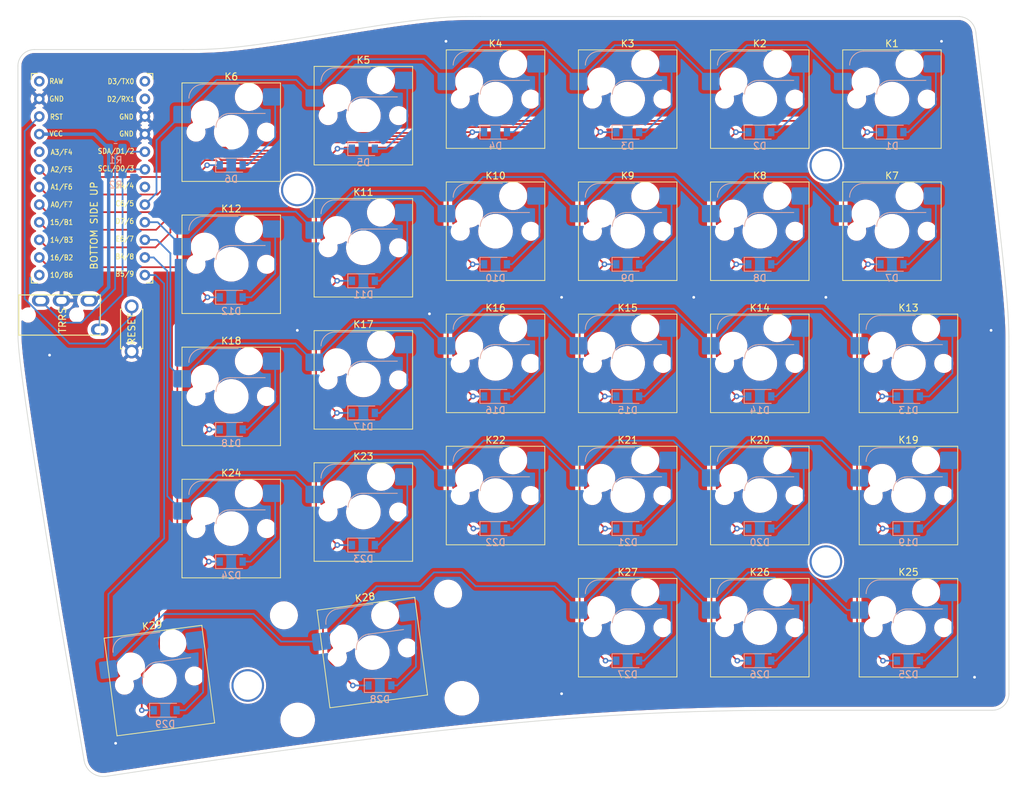
<source format=kicad_pcb>
(kicad_pcb (version 20211014) (generator pcbnew)
  (layers (0 "F.Cu" signal) (31 "B.Cu" signal) (34 "B.Paste" user) (35 "F.Paste" user) (36 "B.SilkS" user "B.Silkscreen") (37 "F.SilkS" user "F.Silkscreen") (38 "B.Mask" user) (39 "F.Mask" user) (44 "Edge.Cuts" user))
  (net 0 "")
  (net 1 "VCC")
  (net 2 "/SCL")
  (net 3 "/SDA")
  (net 4 "/COL0")
  (net 5 "Net-(D1-Pad2)")
  (net 6 "/COL1")
  (net 7 "Net-(D2-Pad2)")
  (net 8 "/COL2")
  (net 9 "Net-(D3-Pad2)")
  (net 10 "/COL3")
  (net 11 "Net-(D4-Pad2)")
  (net 12 "/COL4")
  (net 13 "Net-(D5-Pad2)")
  (net 14 "/COL5")
  (net 15 "Net-(D6-Pad2)")
  (net 16 "Net-(D7-Pad2)")
  (net 17 "Net-(D8-Pad2)")
  (net 18 "Net-(D9-Pad2)")
  (net 19 "Net-(D10-Pad2)")
  (net 20 "Net-(D11-Pad2)")
  (net 21 "Net-(D12-Pad2)")
  (net 22 "Net-(D13-Pad2)")
  (net 23 "Net-(D14-Pad2)")
  (net 24 "Net-(D15-Pad2)")
  (net 25 "Net-(D16-Pad2)")
  (net 26 "Net-(D17-Pad2)")
  (net 27 "Net-(D18-Pad2)")
  (net 28 "Net-(D19-Pad2)")
  (net 29 "Net-(D20-Pad2)")
  (net 30 "Net-(D21-Pad2)")
  (net 31 "Net-(D22-Pad2)")
  (net 32 "Net-(D23-Pad2)")
  (net 33 "Net-(D24-Pad2)")
  (net 34 "Net-(D25-Pad2)")
  (net 35 "Net-(D26-Pad2)")
  (net 36 "Net-(D27-Pad2)")
  (net 37 "Net-(D28-Pad2)")
  (net 38 "Net-(D29-Pad2)")
  (net 39 "GND")
  (net 40 "/ROW0")
  (net 41 "/ROW1")
  (net 42 "/ROW2")
  (net 43 "/ROW3")
  (net 44 "/ROW4")
  (net 45 "/RESET")
  (footprint "Switch_Keyboard_Hotswap_Kailh:SW_Hotswap_Kailh_MX_1.00u" (layer "F.Cu") (at 180.975 92.86875)
    (fp_text reference "K14")
    (fp_text value "SW_Push")
  )
  (footprint "Switch_Keyboard_Hotswap_Kailh:SW_Hotswap_Kailh_MX_1.00u" (layer "F.Cu") (at 142.875 73.81875)
    (fp_text reference "K10")
    (fp_text value "SW_Push")
  )
  (footprint "Switch_Keyboard_Hotswap_Kailh:SW_Hotswap_Kailh_MX_1.00u" (layer "F.Cu") (at 180.975 73.81875)
    (fp_text reference "K8")
    (fp_text value "SW_Push")
  )
  (footprint "Switch_Keyboard_Hotswap_Kailh:SW_Hotswap_Kailh_MX_1.00u" (layer "F.Cu") (at 104.775 116.68125)
    (fp_text reference "K24")
    (fp_text value "SW_Push")
  )
  (footprint "Switch_Keyboard_Hotswap_Kailh:SW_Hotswap_Kailh_MX_1.00u" (layer "F.Cu") (at 123.825 57.15)
    (fp_text reference "K5")
    (fp_text value "SW_Push")
  )
  (footprint "Switch_Keyboard_Hotswap_Kailh:SW_Hotswap_Kailh_MX_1.00u" (layer "F.Cu") (at 161.925 73.81875)
    (fp_text reference "K9")
    (fp_text value "SW_Push")
  )
  (footprint "Switch_Keyboard_Hotswap_Kailh:SW_Hotswap_Kailh_MX_1.00u" (layer "F.Cu") (at 142.875 92.86875)
    (fp_text reference "K16")
    (fp_text value "SW_Push")
  )
  (footprint "Switch_Keyboard_Hotswap_Kailh:SW_Hotswap_Kailh_MX_1.00u" (layer "F.Cu") (at 180.975 54.76875)
    (fp_text reference "K2")
    (fp_text value "SW_Push")
  )
  (footprint "GummyKey:ProMicro" (layer "F.Cu") (at 84.7125 66.675)
    (fp_text reference "U1" hide)
    (fp_text value "ProMicro" hide)
  )
  (footprint "Switch_Keyboard_Hotswap_Kailh:SW_Hotswap_Kailh_MX_1.00u" (layer "F.Cu") (at 123.825 76.2)
    (fp_text reference "K11")
    (fp_text value "SW_Push")
  )
  (footprint "Switch_Keyboard_Hotswap_Kailh:SW_Hotswap_Kailh_MX_1.00u" (layer "F.Cu") (at 180.975 130.96875)
    (fp_text reference "K26")
    (fp_text value "SW_Push")
  )
  (footprint "GummyKey:M2_Hole" (layer "F.Cu") (at 114.3 67.865625)
    (fp_text reference "TH3" hide)
    (fp_text value "HOLE" hide)
  )
  (footprint "Switch_Keyboard_Hotswap_Kailh:SW_Hotswap_Kailh_MX_1.00u" (layer "F.Cu") (at 161.925 111.91875)
    (fp_text reference "K21")
    (fp_text value "SW_Push")
  )
  (footprint "Switch_Keyboard_Hotswap_Kailh:SW_Hotswap_Kailh_MX_1.00u" (layer "F.Cu") (at 142.875 111.91875)
    (fp_text reference "K22")
    (fp_text value "SW_Push")
  )
  (footprint "Switch_Keyboard_Hotswap_Kailh:SW_Hotswap_Kailh_MX_1.00u" (layer "F.Cu") (at 142.875 54.76875)
    (fp_text reference "K4")
    (fp_text value "SW_Push")
  )
  (footprint "Switch_Keyboard_Hotswap_Kailh:SW_Hotswap_Kailh_MX_1.00u" (layer "F.Cu") (at 104.775 97.63125)
    (fp_text reference "K18")
    (fp_text value "SW_Push")
  )
  (footprint "GummyKey:M2_Hole" (layer "F.Cu") (at 107.15625 139.303125)
    (fp_text reference "TH3" hide)
    (fp_text value "HOLE" hide)
  )
  (footprint "GummyKey:M2_Hole" (layer "F.Cu") (at 190.5 121.44375)
    (fp_text reference "TH3" hide)
    (fp_text value "HOLE" hide)
  )
  (footprint "Switch_Keyboard_Hotswap_Kailh:SW_Hotswap_Kailh_MX_1.00u" (layer "F.Cu") (at 200.025 73.81875)
    (fp_text reference "K7")
    (fp_text value "SW_Push")
  )
  (footprint "Switch_Keyboard_Hotswap_Kailh:SW_Hotswap_Kailh_MX_1.00u" (layer "F.Cu") (at 161.925 54.76875)
    (fp_text reference "K3")
    (fp_text value "SW_Push")
  )
  (footprint "Switch_Keyboard_Hotswap_Kailh:SW_Hotswap_Kailh_MX_1.00u" (layer "F.Cu") (at 123.825 114.3)
    (fp_text reference "K23")
    (fp_text value "SW_Push")
  )
  (footprint "GummyKey:Reset_Switch" (layer "F.Cu") (at 90.41875 87.90625 90)
    (fp_text reference "SW1" hide)
    (fp_text value "SW_Push")
  )
  (footprint "Switch_Keyboard_Hotswap_Kailh:SW_Hotswap_Kailh_MX_1.00u" (layer "F.Cu") (at 104.775 59.53125)
    (fp_text reference "K6")
    (fp_text value "SW_Push")
  )
  (footprint "Switch_Keyboard_Hotswap_Kailh:SW_Hotswap_Kailh_MX_1.25u" (layer "F.Cu") (at 202.40625 111.91875)
    (fp_text reference "K19")
    (fp_text value "SW_Push")
  )
  (footprint "Switch_Keyboard_Hotswap_Kailh:SW_Hotswap_Kailh_MX_1.00u" (layer "F.Cu") (at 200.025 54.76875)
    (fp_text reference "K1")
    (fp_text value "SW_Push")
  )
  (footprint "Switch_Keyboard_Hotswap_Kailh:SW_Hotswap_Kailh_MX_1.00u" (layer "F.Cu") (at 161.925 92.86875)
    (fp_text reference "K15")
    (fp_text value "SW_Push")
  )
  (footprint "Switch_Keyboard_Hotswap_Kailh:SW_Hotswap_Kailh_MX_2.25u" (layer "F.Cu") (at 125.11242 134.55434 7.5)
    (fp_text reference "K28")
    (fp_text value "SW_Push")
  )
  (footprint "Switch_Keyboard_Hotswap_Kailh:SW_Hotswap_Kailh_MX_1.00u" (layer "F.Cu") (at 180.975 111.91875)
    (fp_text reference "K20")
    (fp_text value "SW_Push")
  )
  (footprint "Switch_Keyboard_Hotswap_Kailh:SW_Hotswap_Kailh_MX_1.25u" (layer "F.Cu") (at 202.40625 130.96875)
    (fp_text reference "K25")
    (fp_text value "SW_Push")
  )
  (footprint "Switch_Keyboard_Hotswap_Kailh:SW_Hotswap_Kailh_MX_1.00u" (layer "F.Cu") (at 161.925 130.96875)
    (fp_text reference "K27")
    (fp_text value "SW_Push")
  )
  (footprint "Switch_Keyboard_Hotswap_Kailh:SW_Hotswap_Kailh_MX_1.25u" (layer "F.Cu") (at 202.40625 92.86875)
    (fp_text reference "K13")
    (fp_text value "SW_Push")
  )
  (footprint "Switch_Keyboard_Hotswap_Kailh:SW_Hotswap_Kailh_MX_1.00u" (layer "F.Cu") (at 94.421005 138.594942 7.5)
    (fp_text reference "K29")
    (fp_text value "SW_Push")
  )
  (footprint "Switch_Keyboard_Hotswap_Kailh:SW_Hotswap_Kailh_MX_1.00u" (layer "F.Cu") (at 104.775 78.58125)
    (fp_text reference "K12")
    (fp_text value "SW_Push")
  )
  (footprint "GummyKey:M2_Hole" (layer "F.Cu") (at 190.5 64.29375)
    (fp_text reference "TH3" hide)
    (fp_text value "HOLE" hide)
  )
  (footprint "GummyKey:MJ-4PP-9" (layer "F.Cu") (at 74 85.9 90)
    (fp_text reference "J1")
    (fp_text value "MJ-4PP-9" hide)
  )
  (footprint "Mounting_Keyboard_Stabilizer:Stabilizer_Cherry_MX_2.00u" (layer "F.Cu") (at 125.11242 134.55434 7.5)
    (fp_text reference "" hide)
    (fp_text value "SW_Push")
  )
  (footprint "Switch_Keyboard_Hotswap_Kailh:SW_Hotswap_Kailh_MX_1.00u" (layer "F.Cu") (at 123.825 95.25)
    (fp_text reference "K17")
    (fp_text value "SW_Push")
  )
  (footprint "Diode_SMD:D_SOD-123" (layer "B.Cu") (at 142.875 97.63125)
    (fp_text reference "D16")
    (fp_text value "D")
  )
  (footprint "Diode_SMD:D_SOD-123" (layer "B.Cu") (at 180.975 97.63125)
    (fp_text reference "D14")
    (fp_text value "D")
  )
  (footprint "Diode_SMD:D_SOD-123" (layer "B.Cu") (at 104.775 83.34375)
    (fp_text reference "D12")
    (fp_text value "D")
  )
  (footprint "Diode_SMD:D_SOD-123" (layer "B.Cu") (at 142.875 59.53125)
    (fp_text reference "D4")
    (fp_text value "D")
  )
  (footprint "Diode_SMD:D_SOD-123" (layer "B.Cu") (at 161.925 135.73125)
    (fp_text reference "D27")
    (fp_text value "D")
  )
  (footprint "Resistor_SMD:R_0805_2012Metric_Pad1.20x1.40mm_HandSolder" (layer "B.Cu") (at 88.10625 61.9125)
    (fp_text reference "R1")
    (fp_text value "4.7k")
  )
  (footprint "Diode_SMD:D_SOD-123" (layer "B.Cu") (at 104.775 121.44375)
    (fp_text reference "D24")
    (fp_text value "D")
  )
  (footprint "Diode_SMD:D_SOD-123" (layer "B.Cu") (at 95.25 142.875)
    (fp_text reference "D29")
    (fp_text value "D")
  )
  (footprint "Diode_SMD:D_SOD-123" (layer "B.Cu") (at 142.875 78.58125)
    (fp_text reference "D10")
    (fp_text value "D")
  )
  (footprint "Diode_SMD:D_SOD-123" (layer "B.Cu") (at 202.40625 97.63125)
    (fp_text reference "D13")
    (fp_text value "D")
  )
  (footprint "Diode_SMD:D_SOD-123" (layer "B.Cu") (at 142.875 116.68125)
    (fp_text reference "D22")
    (fp_text value "D")
  )
  (footprint "Diode_SMD:D_SOD-123" (layer "B.Cu") (at 202.40625 135.73125)
    (fp_text reference "D25")
    (fp_text value "D")
  )
  (footprint "Diode_SMD:D_SOD-123" (layer "B.Cu") (at 161.925 97.63125)
    (fp_text reference "D15")
    (fp_text value "D")
  )
  (footprint "Diode_SMD:D_SOD-123" (layer "B.Cu") (at 123.825 61.9125)
    (fp_text reference "D5")
    (fp_text value "D")
  )
  (footprint "Diode_SMD:D_SOD-123" (layer "B.Cu") (at 200.025 78.58125)
    (fp_text reference "D7")
    (fp_text value "D")
  )
  (footprint "Diode_SMD:D_SOD-123" (layer "B.Cu") (at 126.20625 139.303125)
    (fp_text reference "D28")
    (fp_text value "D")
  )
  (footprint "Diode_SMD:D_SOD-123" (layer "B.Cu") (at 200.025 59.53125)
    (fp_text reference "D1")
    (fp_text value "D")
  )
  (footprint "Diode_SMD:D_SOD-123" (layer "B.Cu") (at 123.825 119.0625)
    (fp_text reference "D23")
    (fp_text value "D")
  )
  (footprint "Diode_SMD:D_SOD-123" (layer "B.Cu") (at 161.925 78.58125)
    (fp_text reference "D9")
    (fp_text value "D")
  )
  (footprint "Diode_SMD:D_SOD-123" (layer "B.Cu") (at 180.975 116.68125)
    (fp_text reference "D20")
    (fp_text value "D")
  )
  (footprint "Resistor_SMD:R_0805_2012Metric_Pad1.20x1.40mm_HandSolder" (layer "B.Cu") (at 88.10625 65.484375)
    (fp_text reference "R2")
    (fp_text value "4.7k")
  )
  (footprint "Diode_SMD:D_SOD-123" (layer "B.Cu") (at 123.825 80.9625)
    (fp_text reference "D11")
    (fp_text value "D")
  )
  (footprint "Diode_SMD:D_SOD-123" (layer "B.Cu") (at 123.825 100.0125)
    (fp_text reference "D17")
    (fp_text value "D")
  )
  (footprint "Diode_SMD:D_SOD-123" (layer "B.Cu") (at 180.975 135.73125)
    (fp_text reference "D26")
    (fp_text value "D")
  )
  (footprint "Diode_SMD:D_SOD-123" (layer "B.Cu") (at 161.925 116.68125)
    (fp_text reference "D21")
    (fp_text value "D")
  )
  (footprint "Diode_SMD:D_SOD-123" (layer "B.Cu") (at 161.925 59.53125)
    (fp_text reference "D3")
    (fp_text value "D")
  )
  (footprint "Diode_SMD:D_SOD-123" (layer "B.Cu") (at 104.775 102.39375)
    (fp_text reference "D18")
    (fp_text value "D")
  )
  (footprint "Diode_SMD:D_SOD-123" (layer "B.Cu") (at 180.975 78.58125)
    (fp_text reference "D8")
    (fp_text value "D")
  )
  (footprint "Diode_SMD:D_SOD-123" (layer "B.Cu") (at 202.40625 116.68125)
    (fp_text reference "D19")
    (fp_text value "D")
  )
  (footprint "Diode_SMD:D_SOD-123" (layer "B.Cu") (at 104.775 64.29375)
    (fp_text reference "D6")
    (fp_text value "D")
  )
  (footprint "Diode_SMD:D_SOD-123" (layer "B.Cu") (at 180.975 59.53125)
    (fp_text reference "D2")
    (fp_text value "D")
  )
  (gr_line (start 97.83125 47.625) (end 76.4 47.625) (layer "Edge.Cuts") (width 0.1))
  (gr_line (start 209.75 42.8625) (end 140.69375 42.8625) (layer "Edge.Cuts") (width 0.1))
  (gr_arc (start 209.75 42.8625) (mid 211.385161 43.608577) (end 212.13125 45.24375) (layer "Edge.Cuts") (width 0.1))
  (gr_curve (pts (xy 216.89375 90.4875) (xy 216.89375 85.725) (xy 216.89375 83.34375) (xy 212.13125 45.24375)) (layer "Edge.Cuts") (width 0.1))
  (gr_line (start 216.89375 90.4875) (end 216.89375 140.49375) (layer "Edge.Cuts") (width 0.1))
  (gr_line (start 79.971875 129.182812) (end 83.54375 150.01875) (layer "Edge.Cuts") (width 0.1))
  (gr_arc (start 74.01875 50.00625) (mid 74.71622 48.322484) (end 76.4 47.625) (layer "Edge.Cuts") (width 0.1))
  (gr_curve (pts (xy 184.746875 142.875) (xy 157.3625 142.875) (xy 133.55 145.25625) (xy 86.7125 152.4)) (layer "Edge.Cuts") (width 0.1))
  (gr_line (start 184.746875 142.875) (end 214.5125 142.875) (layer "Edge.Cuts") (width 0.1))
  (gr_arc (start 216.89375 140.49375) (mid 216.19628 142.177516) (end 214.5125 142.875) (layer "Edge.Cuts") (width 0.1))
  (gr_curve (pts (xy 79.971875 129.182812) (xy 74.01875 92.86875) (xy 74.01875 90.4875) (xy 74.01875 88.10625)) (layer "Edge.Cuts") (width 0.1))
  (gr_line (start 74.01875 50.00625) (end 74.01875 88.10625) (layer "Edge.Cuts") (width 0.1))
  (gr_curve (pts (xy 119.2625 45.24375) (xy 133.55 42.8625) (xy 135.93125 42.8625) (xy 140.69375 42.8625)) (layer "Edge.Cuts") (width 0.1))
  (gr_curve (pts (xy 97.83125 47.625) (xy 102.59375 47.625) (xy 104.975 47.625) (xy 119.2625 45.24375)) (layer "Edge.Cuts") (width 0.1))
  (gr_arc (start 86.7125 152.4) (mid 84.634168 151.86668) (end 83.54375 150.01875) (layer "Edge.Cuts") (width 0.1))
  (gr_text "BOTTOM SIDE UP" (at 85 73 90) (layer "F.SilkS") (effects (font (size 1 1))))
  (segment (start 77.1039 59.817) (end 85.01075 59.817) (width 0.5) (layer "B.Cu") (net 1))
  (segment (start 87.10625 81.89375) (end 85.2 83.8) (width 0.5) (layer "B.Cu") (net 1))
  (segment (start 87.10625 61.9125) (end 87.10625 65.484375) (width 0.5) (layer "B.Cu") (net 1))
  (segment (start 85.01075 59.817) (end 87.10625 61.9125) (width 0.5) (layer "B.Cu") (net 1))
  (segment (start 87.10625 65.484375) (end 87.10625 81.89375) (width 0.5) (layer "B.Cu") (net 1))
  (segment (start 85.2 83.8) (end 84.3 83.8) (width 0.5) (layer "B.Cu") (net 1))
  (segment (start 89.10625 65.484375) (end 89.693625 64.897) (width 0.25) (layer "B.Cu") (net 2))
  (segment (start 89.10625 82.89375) (end 85.8 86.2) (width 0.25) (layer "B.Cu") (net 2))
  (segment (start 89.693625 64.897) (end 92.3239 64.897) (width 0.25) (layer "B.Cu") (net 2))
  (segment (start 89.10625 65.484375) (end 89.10625 82.89375) (width 0.25) (layer "B.Cu") (net 2))
  (segment (start 85.8 86.2) (end 85.8 88) (width 0.25) (layer "B.Cu") (net 2))
  (segment (start 89.0875 61.9125) (end 88.03077 62.96923) (width 0.25) (layer "B.Cu") (net 3))
  (segment (start 89.55075 62.357) (end 92.3239 62.357) (width 0.25) (layer "B.Cu") (net 3))
  (segment (start 89.10625 61.9125) (end 89.55075 62.357) (width 0.25) (layer "B.Cu") (net 3))
  (segment (start 89.10625 61.9125) (end 89.0875 61.9125) (width 0.25) (layer "B.Cu") (net 3))
  (segment (start 88.03077 82.130252) (end 83.161022 87) (width 0.25) (layer "B.Cu") (net 3))
  (segment (start 83.161022 87) (end 80.5 87) (width 0.25) (layer "B.Cu") (net 3))
  (segment (start 88.03077 62.96923) (end 88.03077 82.130252) (width 0.25) (layer "B.Cu") (net 3))
  (segment (start 80.5 87) (end 77.3 83.8) (width 0.25) (layer "B.Cu") (net 3))
  (segment (start 196.58125 78.58125) (end 193 75) (width 0.25) (layer "F.Cu") (net 4))
  (segment (start 195 101.2625) (end 198.63125 97.63125) (width 0.25) (layer "F.Cu") (net 4))
  (segment (start 194 62) (end 194 66) (width 0.25) (layer "F.Cu") (net 4))
  (segment (start 135.077124 59.65144) (end 136.820867 57.907699) (width 0.25) (layer "F.Cu") (net 4))
  (segment (start 195 80.1625) (end 196.58125 78.58125) (width 0.25) (layer "F.Cu") (net 4))
  (segment (start 118.441408 59.65144) (end 135.077124 59.65144) (width 0.25) (layer "F.Cu") (net 4))
  (segment (start 104.396279 62.20192) (end 115.890928 62.20192) (width 0.25) (layer "F.Cu") (net 4))
  (segment (start 78.2069 66) (end 96 66) (width 0.25) (layer "F.Cu") (net 4))
  (segment (start 194.845199 57.907699) (end 196.46875 59.53125) (width 0.25) (layer "F.Cu") (net 4))
  (segment (start 195 113) (end 195 101.2625) (width 0.25) (layer "F.Cu") (net 4))
  (segment (start 198.73125 135.73125) (end 195 132) (width 0.25) (layer "F.Cu") (net 4))
  (segment (start 195 120.3625) (end 198.68125 116.68125) (width 0.25) (layer "F.Cu") (net 4))
  (segment (start 198.63125 97.63125) (end 195 94) (width 0.25) (layer "F.Cu") (net 4))
  (segment (start 194 66) (end 193 67) (width 0.25) (layer "F.Cu") (net 4))
  (segment (start 77.1039 64.897) (end 78.2069 66) (width 0.25) (layer "F.Cu") (net 4))
  (segment (start 100.228841 61.771159) (end 103.965518 61.771159) (width 0.25) (layer "F.Cu") (net 4))
  (segment (start 115.890928 62.20192) (end 118.441408 59.65144) (width 0.25) (layer "F.Cu") (net 4))
  (segment (start 103.965518 61.771159) (end 104.396279 62.20192) (width 0.25) (layer "F.Cu") (net 4))
  (segment (start 193 75) (end 193 67) (width 0.25) (layer "F.Cu") (net 4))
  (segment (start 198.68125 116.68125) (end 195 113) (width 0.25) (layer "F.Cu") (net 4))
  (segment (start 136.820867 57.907699) (end 194.845199 57.907699) (width 0.25) (layer "F.Cu") (net 4))
  (segment (start 195 132) (end 195 120.3625) (width 0.25) (layer "F.Cu") (net 4))
  (segment (start 194 62) (end 196.46875 59.53125) (width 0.25) (layer "F.Cu") (net 4))
  (segment (start 96 66) (end 100.228841 61.771159) (width 0.25) (layer "F.Cu") (net 4))
  (segment (start 195 94) (end 195 80.1625) (width 0.25) (layer "F.Cu") (net 4))
  (via (at 196.46875 59.53125) (size 0.8) (drill 0.4) (layers "F.Cu" "B.Cu") (net 4))
  (via (at 198.73125 135.73125) (size 0.8) (drill 0.4) (layers "F.Cu" "B.Cu") (net 4))
  (via (at 196.58125 78.58125) (size 0.8) (drill 0.4) (layers "F.Cu" "B.Cu") (net 4))
  (via (at 198.68125 116.68125) (size 0.8) (drill 0.4) (layers "F.Cu" "B.Cu") (net 4))
  (via (at 198.63125 97.63125) (size 0.8) (drill 0.4) (layers "F.Cu" "B.Cu") (net 4))
  (segment (start 200.75625 135.73125) (end 198.73125 135.73125) (width 0.25) (layer "B.Cu") (net 4))
  (segment (start 200.75625 97.63125) (end 198.63125 97.63125) (width 0.25) (layer "B.Cu") (net 4))
  (segment (start 198.375 59.53125) (end 196.46875 59.53125) (width 0.25) (layer "B.Cu") (net 4))
  (segment (start 198.375 78.58125) (end 196.58125 78.58125) (width 0.25) (layer "B.Cu") (net 4))
  (segment (start 200.75625 116.68125) (end 198.68125 116.68125) (width 0.25) (layer "B.Cu") (net 4))
  (segment (start 205.867 49.68875) (end 206.354521 50.176271) (width 0.25) (layer "B.Cu") (net 5))
  (segment (start 202.375 59.53125) (end 201.675 59.53125) (width 0.25) (layer "B.Cu") (net 5))
  (segment (start 206.354521 55.551729) (end 202.375 59.53125) (width 0.25) (layer "B.Cu") (net 5))
  (segment (start 206.354521 50.176271) (end 206.354521 55.551729) (width 0.25) (layer "B.Cu") (net 5))
  (segment (start 177.63125 97.63125) (end 174 94) (width 0.25) (layer "F.Cu") (net 6))
  (segment (start 100.435056 62.220679) (end 94.132221 68.523511) (width 0.25) (layer "F.Cu") (net 6))
  (segment (start 94.132221 68.523511) (end 78.190411 68.523511) (width 0.25) (layer "F.Cu") (net 6))
  (segment (start 174 75) (end 174 63.0625) (width 0.25) (layer "F.Cu") (net 6))
  (segment (start 174 132) (end 174 120.3625) (width 0.25) (layer "F.Cu") (net 6))
  (segment (start 137.007064 58.357219) (end 135.263322 60.10096) (width 0.25) (layer "F.Cu") (net 6))
  (segment (start 103.779321 62.220679) (end 100.435056 62.220679) (width 0.25) (layer "F.Cu") (net 6))
  (segment (start 135.263322 60.10096) (end 118.627606 60.10096) (width 0.25) (layer "F.Cu") (net 6))
  (segment (start 174 63.0625) (end 177.53125 59.53125) (width 0.25) (layer "F.Cu") (net 6))
  (segment (start 174 94) (end 174 82.1625) (width 0.25) (layer "F.Cu") (net 6))
  (segment (start 174 120.3625) (end 177.68125 116.68125) (width 0.25) (layer "F.Cu") (net 6))
  (segment (start 177.53125 59.53125) (end 176.357219 58.357219) (width 0.25) (layer "F.Cu") (net 6))
  (segment (start 177.58125 78.58125) (end 174 75) (width 0.25) (layer "F.Cu") (net 6))
  (segment (start 177.68125 116.68125) (end 174 113) (width 0.25) (layer "F.Cu") (net 6))
  (segment (start 104.210082 62.65144) (end 103.779321 62.220679) (width 0.25) (layer "F.Cu") (net 6))
  (segment (start 78.190411 68.523511) (end 77.1039 67.437) (width 0.25) (layer "F.Cu") (net 6))
  (segment (start 116.077126 62.65144) (end 104.210082 62.65144) (width 0.25) (layer "F.Cu") (net 6))
  (segment (start 177.73125 135.73125) (end 174 132) (width 0.25) (layer "F.Cu") (net 6))
  (segment (start 176.357219 58.357219) (end 137.007064 58.357219) (width 0.25) (layer "F.Cu") (net 6))
  (segment (start 118.627606 60.10096) (end 116.077126 62.65144) (width 0.25) (layer "F.Cu") (net 6))
  (segment (start 174 113) (end 174 101.2625) (width 0.25) (layer "F.Cu") (net 6))
  (segment (start 174 82.1625) (end 177.58125 78.58125) (width 0.25) (layer "F.Cu") (net 6))
  (segment (start 174 101.2625) (end 177.63125 97.63125) (width 0.25) (layer "F.Cu") (net 6))
  (via (at 177.58125 78.58125) (size 0.8) (drill 0.4) (layers "F.Cu" "B.Cu") (net 6))
  (via (at 177.63125 97.63125) (size 0.8) (drill 0.4) (layers "F.Cu" "B.Cu") (net 6))
  (via (at 177.53125 59.53125) (size 0.8) (drill 0.4) (layers "F.Cu" "B.Cu") (net 6))
  (via (at 177.68125 116.68125) (size 0.8) (drill 0.4) (layers "F.Cu" "B.Cu") (net 6))
  (via (at 177.73125 135.73125) (size 0.8) (drill 0.4) (layers "F.Cu" "B.Cu") (net 6))
  (segment (start 179.325 59.53125) (end 177.53125 59.53125) (width 0.25) (layer "B.Cu") (net 6))
  (segment (start 179.325 116.68125) (end 177.68125 116.68125) (width 0.25) (layer "B.Cu") (net 6))
  (segment (start 179.325 78.58125) (end 177.58125 78.58125) (width 0.25) (layer "B.Cu") (net 6))
  (segment (start 179.325 97.63125) (end 177.63125 97.63125) (width 0.25) (layer "B.Cu") (net 6))
  (segment (start 179.325 135.73125) (end 177.73125 135.73125) (width 0.25) (layer "B.Cu") (net 6))
  (segment (start 186.817 49.68875) (end 187.304521 50.176271) (width 0.25) (layer "B.Cu") (net 7))
  (segment (start 187.304521 50.176271) (end 187.304521 55.695479) (width 0.25) (layer "B.Cu") (net 7))
  (segment (start 183.46875 59.53125) (end 182.625 59.53125) (width 0.25) (layer "B.Cu") (net 7))
  (segment (start 187.304521 55.695479) (end 183.46875 59.53125) (width 0.25) (layer "B.Cu") (net 7))
  (segment (start 103.329801 62.670199) (end 100.621253 62.670199) (width 0.25) (layer "F.Cu") (net 8))
  (segment (start 158.58125 78.58125) (end 155 75) (width 0.25) (layer "F.Cu") (net 8))
  (segment (start 155 62.5) (end 158 59.5) (width 0.25) (layer "F.Cu") (net 8))
  (segment (start 118.813803 60.55048) (end 116.263322 63.10096) (width 0.25) (layer "F.Cu") (net 8))
  (segment (start 158.73125 135.73125) (end 155 132) (width 0.25) (layer "F.Cu") (net 8))
  (segment (start 78.190411 71.063511) (end 77.1039 69.977) (width 0.25) (layer "F.Cu") (net 8))
  (segment (start 155 94) (end 155 82.1625) (width 0.25) (layer "F.Cu") (net 8))
  (segment (start 155 132) (end 155 120.3625) (width 0.25) (layer "F.Cu") (net 8))
  (segment (start 158.68125 116.68125) (end 155 113) (width 0.25) (layer "F.Cu") (net 8))
  (segment (start 93.936489 71.063511) (end 78.190411 71.063511) (width 0.25) (layer "F.Cu") (net 8))
  (segment (start 155 120.3625) (end 158.68125 116.68125) (width 0.25) (layer "F.Cu") (net 8))
  (segment (start 155 75) (end 155 62.5) (width 0.25) (layer "F.Cu") (net 8))
  (segment (start 158 59.5) (end 157.306739 58.806739) (width 0.25) (layer "F.Cu") (net 8))
  (segment (start 116.263322 63.10096) (end 103.760562 63.10096) (width 0.25) (layer "F.Cu") (net 8))
  (segment (start 158.63125 97.63125) (end 155 94) (width 0.25) (layer "F.Cu") (net 8))
  (segment (start 95.10096 68.19049) (end 95.10096 69.89904) (width 0.25) (layer "F.Cu") (net 8))
  (segment (start 103.760562 63.10096) (end 103.329801 62.670199) (width 0.25) (layer "F.Cu") (net 8))
  (segment (start 95.10096 69.89904) (end 93.936489 71.063511) (width 0.25) (layer "F.Cu") (net 8))
  (segment (start 155 113) (end 155 101.2625) (width 0.25) (layer "F.Cu") (net 8))
  (segment (start 135.44952 60.55048) (end 118.813803 60.55048) (width 0.25) (layer "F.Cu") (net 8))
  (segment (start 155 101.2625) (end 158.63125 97.63125) (width 0.25) (layer "F.Cu") (net 8))
  (segment (start 100.621253 62.670199) (end 95.10096 68.19049) (width 0.25) (layer "F.Cu") (net 8))
  (segment (start 157.306739 58.806739) (end 137.193261 58.806739) (width 0.25) (layer "F.Cu") (net 8))
  (segment (start 137.193261 58.806739) (end 135.44952 60.55048) (width 0.25) (layer "F.Cu") (net 8))
  (segment (start 155 82.1625) (end 158.58125 78.58125) (width 0.25) (layer "F.Cu") (net 8))
  (via (at 158 59.5) (size 0.8) (drill 0.4) (layers "F.Cu" "B.Cu") (net 8))
  (via (at 158.73125 135.73125) (size 0.8) (drill 0.4) (layers "F.Cu" "B.Cu") (net 8))
  (via (at 158.58125 78.58125) (size 0.8) (drill 0.4) (layers "F.Cu" "B.Cu") (net 8))
  (via (at 158.68125 116.68125) (size 0.8) (drill 0.4) (layers "F.Cu" "B.Cu") (net 8))
  (via (at 158.63125 97.63125) (size 0.8) (drill 0.4) (layers "F.Cu" "B.Cu") (net 8))
  (segment (start 160.275 135.73125) (end 158.73125 135.73125) (width 0.25) (layer "B.Cu") (net 8))
  (segment (start 160.275 59.53125) (end 158.03125 59.53125) (width 0.25) (layer "B.Cu") (net 8))
  (segment (start 160.275 97.63125) (end 158.63125 97.63125) (width 0.25) (layer "B.Cu") (net 8))
  (segment (start 158.03125 59.53125) (end 158 59.5) (width 0.25) (layer "B.Cu") (net 8))
  (segment (start 160.275 78.58125) (end 158.58125 78.58125) (width 0.25) (layer "B.Cu") (net 8))
  (segment (start 160.275 116.68125) (end 158.68125 116.68125) (width 0.25) (layer "B.Cu") (net 8))
  (segment (start 164.46875 59.53125) (end 163.575 59.53125) (width 0.25) (layer "B.Cu") (net 9))
  (segment (start 168.254521 50.176271) (end 168.254521 55.745479) (width 0.25) (layer "B.Cu") (net 9))
  (segment (start 168.254521 55.745479) (end 164.46875 59.53125) (width 0.25) (layer "B.Cu") (net 9))
  (segment (start 167.767 49.68875) (end 168.254521 50.176271) (width 0.25) (layer "B.Cu") (net 9))
  (segment (start 139.68125 116.68125) (end 136 113) (width 0.25) (layer "F.Cu") (net 10))
  (segment (start 116.44952 63.55048) (end 119 61) (width 0.25) (layer "F.Cu") (net 10))
  (segment (start 136 63.0625) (end 139.53125 59.53125) (width 0.25) (layer "F.Cu") (net 10))
  (segment (start 103.311042 63.55048) (end 116.44952 63.55048) (width 0.25) (layer "F.Cu") (net 10))
  (segment (start 102.880281 63.119719) (end 103.311042 63.55048) (width 0.25) (layer "F.Cu") (net 10))
  (segment (start 139.63125 97.63125) (end 136 94) (width 0.25) (layer "F.Cu") (net 10))
  (segment (start 119 61) (end 135.635718 61) (width 0.25) (layer "F.Cu") (net 10))
  (segment (start 95.55048 68.376688) (end 100.80745 63.119719) (width 0.25) (layer "F.Cu") (net 10))
  (segment (start 77.1039 72.517) (end 78.190411 73.603511) (width 0.25) (layer "F.Cu") (net 10))
  (segment (start 136 75) (end 136 63.0625) (width 0.25) (layer "F.Cu") (net 10))
  (segment (start 136 101.2625) (end 139.63125 97.63125) (width 0.25) (layer "F.Cu") (net 10))
  (segment (start 136 113) (end 136 101.2625) (width 0.25) (layer "F.Cu") (net 10))
  (segment (start 78.190411 73.603511) (end 93.946969 73.603511) (width 0.25) (layer "F.Cu") (net 10))
  (segment (start 93.946969 73.603511) (end 95.55048 72) (width 0.25) (layer "F.Cu") (net 10))
  (segment (start 139.58125 78.58125) (end 136 75) (width 0.25) (layer "F.Cu") (net 10))
  (segment (start 136 94) (end 136 82.1625) (width 0.25) (layer "F.Cu") (net 10))
  (segment (start 100.80745 63.119719) (end 102.880281 63.119719) (width 0.25) (layer "F.Cu") (net 10))
  (segment (start 136 82.1625) (end 139.58125 78.58125) (width 0.25) (layer "F.Cu") (net 10))
  (segment (start 95.55048 72) (end 95.55048 68.376688) (width 0.25) (layer "F.Cu") (net 10))
  (segment (start 135.635718 61) (end 137.104468 59.53125) (width 0.25) (layer "F.Cu") (net 10))
  (segment (start 137.104468 59.53125) (end 139.53125 59.53125) (width 0.25) (layer "F.Cu") (net 10))
  (via (at 139.68125 116.68125) (size 0.8) (drill 0.4) (layers "F.Cu" "B.Cu") (net 10))
  (via (at 139.58125 78.58125) (size 0.8) (drill 0.4) (layers "F.Cu" "B.Cu") (net 10))
  (via (at 139.63125 97.63125) (size 0.8) (drill 0.4) (layers "F.Cu" "B.Cu") (net 10))
  (via (at 139.53125 59.53125) (size 0.8) (drill 0.4) (layers "F.Cu" "B.Cu") (net 10))
  (segment (start 141.225 116.68125) (end 139.68125 116.68125) (width 0.25) (layer "B.Cu") (net 10))
  (segment (start 141.225 59.53125) (end 139.53125 59.53125) (width 0.25) (layer "B.Cu") (net 10))
  (segment (start 141.225 78.58125) (end 139.58125 78.58125) (width 0.25) (layer "B.Cu") (net 10))
  (segment (start 141.225 97.63125) (end 139.63125 97.63125) (width 0.25) (layer "B.Cu") (net 10))
  (segment (start 145.46875 59.53125) (end 144.525 59.53125) (width 0.25) (layer "B.Cu") (net 11))
  (segment (start 149.204521 50.176271) (end 149.204521 55.795479) (width 0.25) (layer "B.Cu") (net 11))
  (segment (start 148.717 49.68875) (end 149.204521 50.176271) (width 0.25) (layer "B.Cu") (net 11))
  (segment (start 149.204521 55.795479) (end 145.46875 59.53125) (width 0.25) (layer "B.Cu") (net 11))
  (segment (start 118 64) (end 120.0875 61.9125) (width 0.25) (layer "F.Cu") (net 12))
  (segment (start 117 84) (end 120.0375 80.9625) (width 0.25) (layer "F.Cu") (net 12))
  (segment (start 117 97) (end 117 84) (width 0.25) (layer "F.Cu") (net 12))
  (segment (start 96 74) (end 96 68.562886) (width 0.25) (layer "F.Cu") (net 12))
  (segment (start 117 71) (end 118 70) (width 0.25) (layer "F.Cu") (net 12))
  (segment (start 118 70) (end 118 64) (width 0.25) (layer "F.Cu") (net 12))
  (segment (start 120.0375 80.9625) (end 117 77.925) (width 0.25) (layer "F.Cu") (net 12))
  (segment (start 102.569239 63.569239) (end 103 64) (width 0.25) (layer "F.Cu") (net 12))
  (segment (start 78.190411 76.143511) (end 93.856489 76.143511) (width 0.25) (layer "F.Cu") (net 12))
  (segment (start 100.993647 63.569239) (end 102.569239 63.569239) (width 0.25) (layer "F.Cu") (net 12))
  (segment (start 117 116) (end 117 103.025) (width 0.25) (layer "F.Cu") (net 12))
  (segment (start 120.0625 119.0625) (end 117 116) (width 0.25) (layer "F.Cu") (net 12))
  (segment (start 117 103.025) (end 120.0125 100.0125) (width 0.25) (layer "F.Cu") (net 12))
  (segment (start 118 135) (end 118 121.125) (width 0.25) (layer "F.Cu") (net 12))
  (segment (start 96 68.562886) (end 100.993647 63.569239) (width 0.25) (layer "F.Cu") (net 12))
  (segment (start 117 77.925) (end 117 71) (width 0.25) (layer "F.Cu") (net 12))
  (segment (start 116 64) (end 118 64) (width 0.25) (layer "F.Cu") (net 12))
  (segment (start 103 64) (end 116 64) (width 0.25) (layer "F.Cu") (net 12))
  (segment (start 122.303125 139.303125) (end 118 135) (width 0.25) (layer "F.Cu") (net 12))
  (segment (start 77.1039 75.057) (end 78.190411 76.143511) (width 0.25) (layer "F.Cu") (net 12))
  (segment (start 93.856489 76.143511) (end 96 74) (width 0.25) (layer "F.Cu") (net 12))
  (segment (start 118 121.125) (end 120.0625 119.0625) (width 0.25) (layer "F.Cu") (net 12))
  (segment (start 120.0125 100.0125) (end 117 97) (width 0.25) (layer "F.Cu") (net 12))
  (via (at 120.0625 119.0625) (size 0.8) (drill 0.4) (layers "F.Cu" "B.Cu") (net 12))
  (via (at 120.0125 100.0125) (size 0.8) (drill 0.4) (layers "F.Cu" "B.Cu") (net 12))
  (via (at 120.0375 80.9625) (size 0.8) (drill 0.4) (layers "F.Cu" "B.Cu") (net 12))
  (via (at 122.303125 139.303125) (size 0.8) (drill 0.4) (layers "F.Cu" "B.Cu") (net 12))
  (via (at 120.0875 61.9125) (size 0.8) (drill 0.4) (layers "F.Cu" "B.Cu") (net 12))
  (segment (start 122.175 100.0125) (end 120.0125 100.0125) (width 0.25) (layer "B.Cu") (net 12))
  (segment (start 122.175 80.9625) (end 120.0375 80.9625) (width 0.25) (layer "B.Cu") (net 12))
  (segment (start 122.175 119.0625) (end 120.0625 119.0625) (width 0.25) (layer "B.Cu") (net 12))
  (segment (start 124.55625 139.303125) (end 122.303125 139.303125) (width 0.25) (layer "B.Cu") (net 12))
  (segment (start 122.175 61.9125) (end 120.0875 61.9125) (width 0.25) (layer "B.Cu") (net 12))
  (segment (start 130.154521 58.845479) (end 127.0875 61.9125) (width 0.25) (layer "B.Cu") (net 13))
  (segment (start 130.154521 52.557521) (end 130.154521 58.845479) (width 0.25) (layer "B.Cu") (net 13))
  (segment (start 129.667 52.07) (end 130.154521 52.557521) (width 0.25) (layer "B.Cu") (net 13))
  (segment (start 127.0875 61.9125) (end 125.475 61.9125) (width 0.25) (layer "B.Cu") (net 13))
  (segment (start 91.875 137.69737) (end 94.376681 135.195689) (width 0.25) (layer "F.Cu") (net 14))
  (segment (start 97 107) (end 101.60625 102.39375) (width 0.25) (layer "F.Cu") (net 14))
  (segment (start 101.34375 83.34375) (end 97 79) (width 0.25) (layer "F.Cu") (net 14))
  (segment (start 97 68.5875) (end 101.29375 64.29375) (width 0.25) (layer "F.Cu") (net 14))
  (segment (start 97 116.8875) (end 97 107) (width 0.25) (layer "F.Cu") (net 14))
  (segment (start 91.875 142.875) (end 91.875 137.69737) (width 0.25) (layer "F.Cu") (net 14))
  (segment (start 97 87.6875) (end 101.34375 83.34375) (width 0.25) (layer "F.Cu") (net 14))
  (segment (start 78.5069 79) (end 97 79) (width 0.25) (layer "F.Cu") (net 14))
  (segment (start 101.55625 121.44375) (end 97 116.8875) (width 0.25) (layer "F.Cu") (net 14))
  (segment (start 97 79) (end 97 68.5875) (width 0.25) (layer "F.Cu") (net 14))
  (segment (start 77.1039 77.597) (end 78.5069 79) (width 0.25) (layer "F.Cu") (net 14))
  (segment (start 94.376681 128.623319) (end 101.55625 121.44375) (width 0.25) (layer "F.Cu") (net 14))
  (segment (start 94.376681 135.195689) (end 94.376681 128.623319) (width 0.25) (layer "F.Cu") (net 14))
  (segment (start 97 97.7875) (end 97 87.6875) (width 0.25) (layer "F.Cu") (net 14))
  (segment (start 101.60625 102.39375) (end 97 97.7875) (width 0.25) (layer "F.Cu") (net 14))
  (via (at 101.34375 83.34375) (size 0.8) (drill 0.4) (layers "F.Cu" "B.Cu") (net 14))
  (via (at 101.29375 64.29375) (size 0.8) (drill 0.4) (layers "F.Cu" "B.Cu") (net 14))
  (via (at 101.55625 121.44375) (size 0.8) (drill 0.4) (layers "F.Cu" "B.Cu") (net 14))
  (via (at 101.60625 102.39375) (size 0.8) (drill 0.4) (layers "F.Cu" "B.Cu") (net 14))
  (via (at 91.875 142.875) (size 0.8) (drill 0.4) (layers "F.Cu" "B.Cu") (net 14))
  (segment (start 103.125 64.29375) (end 101.29375 64.29375) (width 0.25) (layer "B.Cu") (net 14))
  (segment (start 93.6 142.875) (end 91.875 142.875) (width 0.25) (layer "B.Cu") (net 14))
  (segment (start 103.125 83.34375) (end 101.34375 83.34375) (width 0.25) (layer "B.Cu") (net 14))
  (segment (start 103.125 102.39375) (end 101.60625 102.39375) (width 0.25) (layer "B.Cu") (net 14))
  (segment (start 103.125 121.44375) (end 101.55625 121.44375) (width 0.25) (layer "B.Cu") (net 14))
  (segment (start 111.104521 54.938771) (end 111.104521 60.314229) (width 0.25) (layer "B.Cu") (net 15))
  (segment (start 107.125 64.29375) (end 106.425 64.29375) (width 0.25) (layer "B.Cu") (net 15))
  (segment (start 111.104521 60.314229) (end 107.125 64.29375) (width 0.25) (layer "B.Cu") (net 15))
  (segment (start 110.617 54.45125) (end 111.104521 54.938771) (width 0.25) (layer "B.Cu") (net 15))
  (segment (start 206.354521 69.226271) (end 206.354521 74.645479) (width 0.25) (layer "B.Cu") (net 16))
  (segment (start 206.354521 74.645479) (end 202.41875 78.58125) (width 0.25) (layer "B.Cu") (net 16))
  (segment (start 205.867 68.73875) (end 206.354521 69.226271) (width 0.25) (layer "B.Cu") (net 16))
  (segment (start 202.41875 78.58125) (end 201.675 78.58125) (width 0.25) (layer "B.Cu") (net 16))
  (segment (start 186.817 68.73875) (end 187.304521 69.226271) (width 0.25) (layer "B.Cu") (net 17))
  (segment (start 183.41875 78.58125) (end 182.625 78.58125) (width 0.25) (layer "B.Cu") (net 17))
  (segment (start 187.304521 69.226271) (end 187.304521 74.695479) (width 0.25) (layer "B.Cu") (net 17))
  (segment (start 187.304521 74.695479) (end 183.41875 78.58125) (width 0.25) (layer "B.Cu") (net 17))
  (segment (start 168.254521 69.226271) (end 168.254521 74.33632) (width 0.25) (layer "B.Cu") (net 18))
  (segment (start 168.254521 74.33632) (end 164.009591 78.58125) (width 0.25) (layer "B.Cu") (net 18))
  (segment (start 164.009591 78.58125) (end 163.575 78.58125) (width 0.25) (layer "B.Cu") (net 18))
  (segment (start 167.767 68.73875) (end 168.254521 69.226271) (width 0.25) (layer "B.Cu") (net 18))
  (segment (start 149.204521 74.601729) (end 145.225 78.58125) (width 0.25) (layer "B.Cu") (net 19))
  (segment (start 148.717 68.73875) (end 149.204521 69.226271) (width 0.25) (layer "B.Cu") (net 19))
  (segment (start 145.225 78.58125) (end 144.525 78.58125) (width 0.25) (layer "B.Cu") (net 19))
  (segment (start 149.204521 69.226271) (end 149.204521 74.601729) (width 0.25) (layer "B.Cu") (net 19))
  (segment (start 130.154521 71.607521) (end 130.154521 76.982979) (width 0.25) (layer "B.Cu") (net 20))
  (segment (start 129.667 71.12) (end 130.154521 71.607521) (width 0.25) (layer "B.Cu") (net 20))
  (segment (start 126.175 80.9625) (end 125.475 80.9625) (width 0.25) (layer "B.Cu") (net 20))
  (segment (start 130.154521 76.982979) (end 126.175 80.9625) (width 0.25) (layer "B.Cu") (net 20))
  (segment (start 107.65625 83.34375) (end 106.425 83.34375) (width 0.25) (layer "B.Cu") (net 21))
  (segment (start 111.104521 73.988771) (end 111.104521 79.895479) (width 0.25) (layer "B.Cu") (net 21))
  (segment (start 111.104521 79.895479) (end 107.65625 83.34375) (width 0.25) (layer "B.Cu") (net 21))
  (segment (start 110.617 73.50125) (end 111.104521 73.988771) (width 0.25) (layer "B.Cu") (net 21))
  (segment (start 208.735771 88.276271) (end 208.735771 94.264229) (width 0.25) (layer "B.Cu") (net 22))
  (segment (start 208.24825 87.78875) (end 208.735771 88.276271) (width 0.25) (layer "B.Cu") (net 22))
  (segment (start 208.735771 94.264229) (end 205.36875 97.63125) (width 0.25) (layer "B.Cu") (net 22))
  (segment (start 205.36875 97.63125) (end 204.05625 97.63125) (width 0.25) (layer "B.Cu") (net 22))
  (segment (start 186.817 87.78875) (end 187.304521 88.276271) (width 0.25) (layer "B.Cu") (net 23))
  (segment (start 187.304521 93.651729) (end 183.325 97.63125) (width 0.25) (layer "B.Cu") (net 23))
  (segment (start 187.304521 88.276271) (end 187.304521 93.651729) (width 0.25) (layer "B.Cu") (net 23))
  (segment (start 183.325 97.63125) (end 182.625 97.63125) (width 0.25) (layer "B.Cu") (net 23))
  (segment (start 167.767 87.78875) (end 168.254521 88.276271) (width 0.25) (layer "B.Cu") (net 24))
  (segment (start 168.254521 88.276271) (end 168.254521 93.745479) (width 0.25) (layer "B.Cu") (net 24))
  (segment (start 168.254521 93.745479) (end 164.36875 97.63125) (width 0.25) (layer "B.Cu") (net 24))
  (segment (start 164.36875 97.63125) (end 163.575 97.63125) (width 0.25) (layer "B.Cu") (net 24))
  (segment (start 149.204521 93.795479) (end 145.36875 97.63125) (width 0.25) (layer "B.Cu") (net 25))
  (segment (start 149.204521 88.276271) (end 149.204521 93.795479) (width 0.25) (layer "B.Cu") (net 25))
  (segment (start 145.36875 97.63125) (end 144.525 97.63125) (width 0.25) (layer "B.Cu") (net 25))
  (segment (start 148.717 87.78875) (end 149.204521 88.276271) (width 0.25) (layer "B.Cu") (net 25))
  (segment (start 130.154521 90.657521) (end 130.154521 96.032979) (width 0.25) (layer "B.Cu") (net 26))
  (segment (start 130.154521 96.032979) (end 126.175 100.0125) (width 0.25) (layer "B.Cu") (net 26))
  (segment (start 126.175 100.0125) (end 125.475 100.0125) (width 0.25) (layer "B.Cu") (net 26))
  (segment (start 129.667 90.17) (end 130.154521 90.657521) (width 0.25) (layer "B.Cu") (net 26))
  (segment (start 111.104521 93.038771) (end 111.104521 98.414229) (width 0.25) (layer "B.Cu") (net 27))
  (segment (start 107.125 102.39375) (end 106.425 102.39375) (width 0.25) (layer "B.Cu") (net 27))
  (segment (start 111.104521 98.414229) (end 107.125 102.39375) (width 0.25) (layer "B.Cu") (net 27))
  (segment (start 110.617 92.55125) (end 111.104521 93.038771) (width 0.25) (layer "B.Cu") (net 27))
  (segment (start 204.490841 116.68125) (end 204.05625 116.68125) (width 0.25) (layer "B.Cu") (net 28))
  (segment (start 208.735771 112.436321) (end 204.490841 116.68125) (width 0.25) (layer "B.Cu") (net 28))
  (segment (start 208.24825 106.83875) (end 208.735771 107.326271) (width 0.25) (layer "B.Cu") (net 28))
  (segment (start 208.735771 107.326271) (end 208.735771 112.436321) (width 0.25) (layer "B.Cu") (net 28))
  (segment (start 187.304521 112.695479) (end 183.31875 116.68125) (width 0.25) (layer "B.Cu") (net 29))
  (segment (start 186.817 106.83875) (end 187.304521 107.326271) (width 0.25) (layer "B.Cu") (net 29))
  (segment (start 183.31875 116.68125) (end 182.625 116.68125) (width 0.25) (layer "B.Cu") (net 29))
  (segment (start 187.304521 107.326271) (end 187.304521 112.695479) (width 0.25) (layer "B.Cu") (net 29))
  (segment (start 168.254521 107.326271) (end 168.254521 112.43632) (width 0.25) (layer "B.Cu") (net 30))
  (segment (start 168.254521 112.43632) (end 164.009591 116.68125) (width 0.25) (layer "B.Cu") (net 30))
  (segment (start 167.767 106.83875) (end 168.254521 107.326271) (width 0.25) (layer "B.Cu") (net 30))
  (segment (start 164.009591 116.68125) (end 163.575 116.68125) (width 0.25) (layer "B.Cu") (net 30))
  (segment (start 148.717 106.83875) (end 149.204521 107.326271) (width 0.25) (layer "B.Cu") (net 31))
  (segment (start 149.204521 107.326271) (end 149.204521 112.795479) (width 0.25) (layer "B.Cu") (net 31))
  (segment (start 145.31875 116.68125) (end 144.525 116.68125) (width 0.25) (layer "B.Cu") (net 31))
  (segment (start 149.204521 112.795479) (end 145.31875 116.68125) (width 0.25) (layer "B.Cu") (net 31))
  (segment (start 130.154521 114.845479) (end 125.9375 119.0625) (width 0.25) (layer "B.Cu") (net 32))
  (segment (start 129.667 109.22) (end 130.154521 109.707521) (width 0.25) (layer "B.Cu") (net 32))
  (segment (start 125.9375 119.0625) (end 125.475 119.0625) (width 0.25) (layer "B.Cu") (net 32))
  (segment (start 130.154521 109.707521) (end 130.154521 114.845479) (width 0.25) (layer "B.Cu") (net 32))
  (segment (start 110.617 111.60125) (end 111.104521 112.088771) (width 0.25) (layer "B.Cu") (net 33))
  (segment (start 111.104521 112.088771) (end 111.104521 117.895479) (width 0.25) (layer "B.Cu") (net 33))
  (segment (start 111.104521 117.895479) (end 107.55625 121.44375) (width 0.25) (layer "B.Cu") (net 33))
  (segment (start 107.55625 121.44375) (end 106.425 121.44375) (width 0.25) (layer "B.Cu") (net 33))
  (segment (start 208.735771 126.376271) (end 208.735771 131.751729) (width 0.25) (layer "B.Cu") (net 34))
  (segment (start 208.24825 125.88875) (end 208.735771 126.376271) (width 0.25) (layer "B.Cu") (net 34))
  (segment (start 208.735771 131.751729) (end 204.75625 135.73125) (width 0.25) (layer "B.Cu") (net 34))
  (segment (start 204.75625 135.73125) (end 204.05625 135.73125) (width 0.25) (layer "B.Cu") (net 34))
  (segment (start 187.304521 131.695479) (end 183.26875 135.73125) (width 0.25) (layer "B.Cu") (net 35))
  (segment (start 183.26875 135.73125) (end 182.625 135.73125) (width 0.25) (layer "B.Cu") (net 35))
  (segment (start 186.817 125.88875) (end 187.304521 126.376271) (width 0.25) (layer "B.Cu") (net 35))
  (segment (start 187.304521 126.376271) (end 187.304521 131.695479) (width 0.25) (layer "B.Cu") (net 35))
  (segment (start 167.767 125.88875) (end 168.254521 126.376271) (width 0.25) (layer "B.Cu") (net 36))
  (segment (start 168.254521 126.376271) (end 168.254521 131.745479) (width 0.25) (layer "B.Cu") (net 36))
  (segment (start 168.254521 131.745479) (end 164.26875 135.73125) (width 0.25) (layer "B.Cu") (net 36))
  (segment (start 164.26875 135.73125) (end 163.575 135.73125) (width 0.25) (layer "B.Cu") (net 36))
  (segment (start 130.241368 128.755266) (end 131.398481 129.912379) (width 0.25) (layer "B.Cu") (net 37))
  (segment (start 128.696875 139.303125) (end 127.85625 139.303125) (width 0.25) (layer "B.Cu") (net 37))
  (segment (start 131.398481 129.912379) (end 131.398481 136.601519) (width 0.25) (layer "B.Cu") (net 37))
  (segment (start 131.398481 136.601519) (end 128.696875 139.303125) (width 0.25) (layer "B.Cu") (net 37))
  (segment (start 98.125 142.875) (end 100.707066 140.292934) (width 0.25) (layer "B.Cu") (net 38))
  (segment (start 100.707066 140.292934) (end 100.707066 133.952981) (width 0.25) (layer "B.Cu") (net 38))
  (segment (start 96.9 142.875) (end 98.125 142.875) (width 0.25) (layer "B.Cu") (net 38))
  (segment (start 100.707066 133.952981) (end 99.549953 132.795868) (width 0.25) (layer "B.Cu") (net 38))
  (via (at 152.4 140.49375) (size 0.8) (drill 0.4) (layers "F.Cu" "B.Cu") (net 39))
  (via (at 152.4 83.34375) (size 0.8) (drill 0.4) (layers "F.Cu" "B.Cu") (net 39))
  (via (at 190.5 83.34375) (size 0.8) (drill 0.4) (layers "F.Cu" "B.Cu") (net 39))
  (via (at 135.73125 46.434375) (size 0.8) (drill 0.4) (layers "F.Cu" "B.Cu") (net 39))
  (via (at 114.3 88.10625) (size 0.8) (drill 0.4) (layers "F.Cu" "B.Cu") (net 39))
  (via (at 211.93125 138.1125) (size 0.8) (drill 0.4) (layers "F.Cu" "B.Cu") (net 39))
  (via (at 88.10625 147.6375) (size 0.8) (drill 0.4) (layers "F.Cu" "B.Cu") (net 39))
  (via (at 171.45 83.34375) (size 0.8) (drill 0.4) (layers "F.Cu" "B.Cu") (net 39))
  (via (at 214.3125 88.10625) (size 0.8) (drill 0.4) (layers "F.Cu" "B.Cu") (net 39))
  (via (at 78.58125 91.678125) (size 0.8) (drill 0.4) (layers "F.Cu" "B.Cu") (net 39))
  (via (at 133.35 85.725) (size 0.8) (drill 0.4) (layers "F.Cu" "B.Cu") (net 39))
  (via (at 207.16875 46.434375) (size 0.8) (drill 0.4) (layers "F.Cu" "B.Cu") (net 39))
  (segment (start 97.69 56.99125) (end 94 60.68125) (width 0.25) (layer "B.Cu") (net 40))
  (segment (start 141.01875 47) (end 149.61125 47) (width 0.25) (layer "B.Cu") (net 40))
  (segment (start 122.35 49) (end 132.56125 49) (width 0.25) (layer "B.Cu") (net 40))
  (segment (start 116.74 54.61) (end 122.35 49) (width 0.25) (layer "B.Cu") (net 40))
  (segment (start 102.68125 52) (end 114.13 52) (width 0.25) (layer "B.Cu") (net 40))
  (segment (start 94 68.3009) (end 92.3239 69.977) (width 0.25) (layer "B.Cu") (net 40))
  (segment (start 173.89 52.22875) (end 179.11875 47) (width 0.25) (layer "B.Cu") (net 40))
  (segment (start 154.84 52.22875) (end 160.06875 47) (width 0.25) (layer "B.Cu") (net 40))
  (segment (start 97.69 56.99125) (end 102.68125 52) (width 0.25) (layer "B.Cu") (net 40))
  (segment (start 114.13 52) (end 116.74 54.61) (width 0.25) (layer "B.Cu") (net 40))
  (segment (start 179.11875 47) (end 187.71125 47) (width 0.25) (layer "B.Cu") (net 40))
  (segment (start 135.79 52.22875) (end 141.01875 47) (width 0.25) (layer "B.Cu") (net 40))
  (segment (start 132.56125 49) (end 135.79 52.22875) (width 0.25) (layer "B.Cu") (net 40))
  (segment (start 160.06875 47) (end 168.66125 47) (width 0.25) (layer "B.Cu") (net 40))
  (segment (start 168.66125 47) (end 173.89 52.22875) (width 0.25) (layer "B.Cu") (net 40))
  (segment (start 94 60.68125) (end 94 68.3009) (width 0.25) (layer "B.Cu") (net 40))
  (segment (start 187.71125 47) (end 192.94 52.22875) (width 0.25) (layer "B.Cu") (net 40))
  (segment (start 149.61125 47) (end 154.84 52.22875) (width 0.25) (layer "B.Cu") (net 40))
  (segment (start 141.06875 66) (end 149.56125 66) (width 0.25) (layer "B.Cu") (net 41))
  (segment (start 132.51125 68) (end 135.79 71.27875) (width 0.25) (layer "B.Cu") (net 41))
  (segment (start 160.11875 66) (end 168.61125 66) (width 0.25) (layer "B.Cu") (net 41))
  (segment (start 94.16575 72.517) (end 92.3239 72.517) (width 0.25) (layer "B.Cu") (net 41))
  (segment (start 122.4 68) (end 132.51125 68) (width 0.25) (layer "B.Cu") (net 41))
  (segment (start 179.16875 66) (end 187.66125 66) (width 0.25) (layer "B.Cu") (net 41))
  (segment (start 102.73125 71) (end 114.08 71) (width 0.25) (layer "B.Cu") (net 41))
  (segment (start 116.74 73.66) (end 122.4 68) (width 0.25) (layer "B.Cu") (net 41))
  (segment (start 149.56125 66) (end 154.84 71.27875) (width 0.25) (layer "B.Cu") (net 41))
  (segment (start 114.08 71) (end 116.74 73.66) (width 0.25) (layer "B.Cu") (net 41))
  (segment (start 97.69 76.04125) (end 94.16575 72.517) (width 0.25) (layer "B.Cu") (net 41))
  (segment (start 135.79 71.27875) (end 141.06875 66) (width 0.25) (layer "B.Cu") (net 41))
  (segment (start 97.69 76.04125) (end 102.73125 71) (width 0.25) (layer "B.Cu") (net 41))
  (segment (start 173.89 71.27875) (end 179.16875 66) (width 0.25) (layer "B.Cu") (net 41))
  (segment (start 168.61125 66) (end 173.89 71.27875) (width 0.25) (layer "B.Cu") (net 41))
  (segment (start 187.66125 66) (end 192.94 71.27875) (width 0.25) (layer "B.Cu") (net 41))
  (segment (start 154.84 71.27875) (end 160.11875 66) (width 0.25) (layer "B.Cu") (net 41))
  (segment (start 141.11875 85) (end 149.51125 85) (width 0.25) (layer "B.Cu") (net 42))
  (segment (start 179.21875 85) (end 189.9925 85) (width 0.25) (layer "B.Cu") (net 42))
  (segment (start 160.16875 85) (end 168.56125 85) (width 0.25) (layer "B.Cu") (net 42))
  (segment (start 132.46125 87) (end 135.79 90.32875) (width 0.25) (layer "B.Cu") (net 42))
  (segment (start 149.51125 85) (end 154.84 90.32875) (width 0.25) (layer "B.Cu") (net 42))
  (segment (start 97.69 95.09125) (end 102.78125 90) (width 0.25) (layer "B.Cu") (net 42))
  (segment (start 168.56125 85) (end 173.89 90.32875) (width 0.25) (layer "B.Cu") (net 42))
  (segment (start 94.057 75.057) (end 92.3239 75.057) (width 0.25) (layer "B.Cu") (net 42))
  (segment (start 135.79 90.32875) (end 141.11875 85) (width 0.25) (layer "B.Cu") (net 42))
  (segment (start 96 77) (end 94.057 75.057) (width 0.25) (layer "B.Cu") (net 42))
  (segment (start 189.9925 85) (end 195.32125 90.32875) (width 0.25) (layer "B.Cu") (net 42))
  (segment (start 154.84 90.32875) (end 160.16875 85) (width 0.25) (layer "B.Cu") (net 42))
  (segment (start 173.89 90.32875) (end 179.21875 85) (width 0.25) (layer "B.Cu") (net 42))
  (segment (start 102.78125 90) (end 114.03 90) (width 0.25) (layer "B.Cu") (net 42))
  (segment (start 97.69 95.09125) (end 96 93.40125) (width 0.25) (layer "B.Cu") (net 42))
  (segment (start 114.03 90) (end 116.74 92.71) (width 0.25) (layer "B.Cu") (net 42))
  (segment (start 116.74 92.71) (end 122.45 87) (width 0.25) (layer "B.Cu") (net 42))
  (segment (start 122.45 87) (end 132.46125 87) (width 0.25) (layer "B.Cu") (net 42))
  (segment (start 96 93.40125) (end 96 77) (width 0.25) (layer "B.Cu") (net 42))
  (segment (start 149.46125 104) (end 154.84 109.37875) (width 0.25) (layer "B.Cu") (net 43))
  (segment (start 95.55048 79.55048) (end 95.55048 112.00173) (width 0.25) (layer "B.Cu") (net 43))
  (segment (start 154.84 109.37875) (end 160.21875 104) (width 0.25) (layer "B.Cu") (net 43))
  (segment (start 132.41125 106) (end 135.79 109.37875) (width 0.25) (layer "B.Cu") (net 43))
  (segment (start 135.79 109.37875) (end 141.16875 104) (width 0.25) (layer "B.Cu") (net 43))
  (segment (start 102.83125 109) (end 113.98 109) (width 0.25) (layer "B.Cu") (net 43))
  (segment (start 93.597 77.597) (end 95.55048 79.55048) (width 0.25) (layer "B.Cu") (net 43))
  (segment (start 92.3239 77.597) (end 93.597 77.597) (width 0.25) (layer "B.Cu") (net 43))
  (segment (start 173.89 109.37875) (end 179.26875 104) (width 0.25) (layer "B.Cu") (net 43))
  (segment (start 97.69 114.14125) (end 102.83125 109) (width 0.25) (layer "B.Cu") (net 43))
  (segment (start 116.74 111.76) (end 122.5 106) (width 0.25) (layer "B.Cu") (net 43))
  (segment (start 113.98 109) (end 116.74 111.76) (width 0.25) (layer "B.Cu") (net 43))
  (segment (start 160.21875 104) (end 168.51125 104) (width 0.25) (layer "B.Cu") (net 43))
  (segment (start 141.16875 104) (end 149.46125 104) (width 0.25) (layer "B.Cu") (net 43))
  (segment (start 168.51125 104) (end 173.89 109.37875) (width 0.25) (layer "B.Cu") (net 43))
  (segment (start 179.26875 104) (end 189.9425 104) (width 0.25) (layer "B.Cu") (net 43))
  (segment (start 95.55048 112.00173) (end 97.69 114.14125) (width 0.25) (layer "B.Cu") (net 43))
  (segment (start 189.9425 104) (end 195.32125 109.37875) (width 0.25) (layer "B.Cu") (net 43))
  (segment (start 122.5 106) (end 132.41125 106) (width 0.25) (layer "B.Cu") (net 43))
  (segment (start 93.863 80.137) (end 95.10096 81.37496) (width 0.25) (layer "B.Cu") (net 44))
  (segment (start 179.31875 123) (end 188.132498 123) (width 0.25) (layer "B.Cu") (net 44))
  (segment (start 154.84 128.42875) (end 160.26875 123) (width 0.25) (layer "B.Cu") (net 44))
  (segment (start 193.561248 128.42875) (end 195.32125 128.42875) (width 0.25) (layer "B.Cu") (net 44))
  (segment (start 151.41125 125) (end 154.84 128.42875) (width 0.25) (layer "B.Cu") (net 44))
  (segment (start 92.3239 80.137) (end 93.863 80.137) (width 0.25) (layer "B.Cu") (net 44))
  (segment (start 87.065082 126.136838) (end 87.065082 137.00145) (width 0.25) (layer "B.Cu") (net 44))
  (segment (start 111.960848 132.960848) (end 108 129) (width 0.25) (layer "B.Cu") (net 44))
  (segment (start 188.132498 123) (end 193.561248 128.42875) (width 0.25) (layer "B.Cu") (net 44))
  (segment (start 173.89 128.42875) (end 179.31875 123) (width 0.25) (layer "B.Cu") (net 44))
  (segment (start 117.756497 132.960848) (end 111.960848 132.960848) (width 0.25) (layer "B.Cu") (net 44))
  (segment (start 87.065082 137.00145) (end 95.066532 129) (width 0.25) (layer "B.Cu") (net 44))
  (segment (start 125.717345 125) (end 132 125) (width 0.25) (layer "B.Cu") (net 44))
  (segment (start 117.756497 132.960848) (end 125.717345 125) (width 0.25) (layer "B.Cu") (net 44))
  (segment (start 95.10096 81.37496) (end 95.10096 118.10096) (width 0.25) (layer "B.Cu") (net 44))
  (segment (start 160.26875 123) (end 168.46125 123) (width 0.25) (layer "B.Cu") (net 44))
  (segment (start 140 125) (end 151.41125 125) (width 0.25) (layer "B.Cu") (net 44))
  (segment (start 108 129) (end 95.066532 129) (width 0.25) (layer "B.Cu") (net 44))
  (segment (start 168.46125 123) (end 173.89 128.42875) (width 0.25) (layer "B.Cu") (net 44))
  (segment (start 134 123) (end 138 123) (width 0.25) (layer "B.Cu") (net 44))
  (segment (start 95.10096 118.10096) (end 87.065082 126.136838) (width 0.25) (layer "B.Cu") (net 44))
  (segment (start 132 125) (end 134 123) (width 0.25) (layer "B.Cu") (net 44))
  (segment (start 138 123) (end 140 125) (width 0.25) (layer "B.Cu") (net 44))
  (segment (start 86.489213 90) (end 90.41875 86.070463) (width 0.25) (layer "B.Cu") (net 45))
  (segment (start 75 59.3809) (end 75 83.561022) (width 0.25) (layer "B.Cu") (net 45))
  (segment (start 81.438978 90) (end 86.489213 90) (width 0.25) (layer "B.Cu") (net 45))
  (segment (start 90.41875 86.070463) (end 90.41875 84.65625) (width 0.25) (layer "B.Cu") (net 45))
  (segment (start 77.1039 57.277) (end 75 59.3809) (width 0.25) (layer "B.Cu") (net 45))
  (segment (start 75 83.561022) (end 81.438978 90) (width 0.25) (layer "B.Cu") (net 45))
  (zone (net 39) (net_name "GND") (layers F&B.Cu) (connect_pads (clearance 0.508)) (min_thickness 0.254) (fill yes (thermal_gap 0.508) (thermal_bridge_width 0.508))
    (polygon (pts (xy 219.075 90.4875) (xy 219.075 145.25625) (xy 176.2125 145.25625) (xy 80.9625 155.971875) (xy 71.4375 86.915625) (xy 71.4375 45.24375) (xy 100.0125 45.24375) (xy 138.1125 40.48125) (xy 214.3125 40.48125)))
  )
)
</source>
